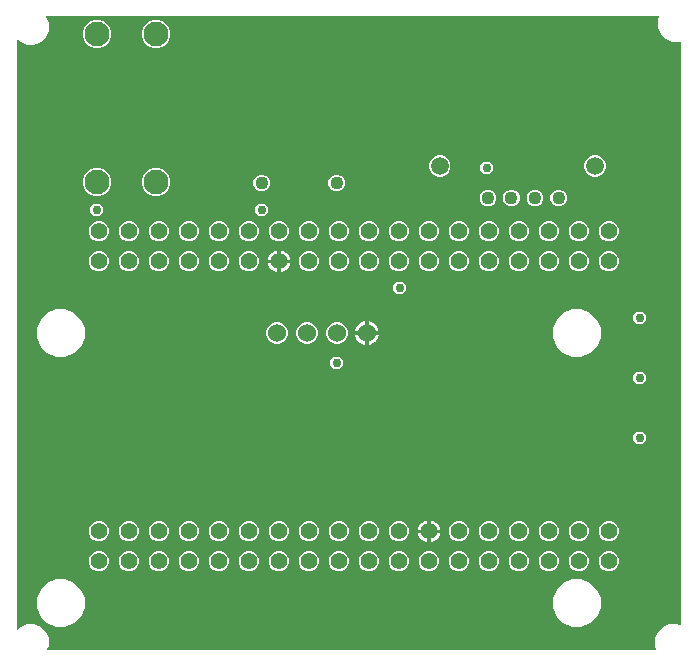
<source format=gbr>
G04 EAGLE Gerber RS-274X export*
G75*
%MOMM*%
%FSLAX34Y34*%
%LPD*%
%INEAGLE Copper Layer 2*%
%IPPOS*%
%AMOC8*
5,1,8,0,0,1.08239X$1,22.5*%
G01*
%ADD10C,1.524000*%
%ADD11C,2.100000*%
%ADD12C,1.397000*%
%ADD13C,1.108000*%
%ADD14C,1.508000*%
%ADD15C,0.756400*%

G36*
X-819844Y-2732270D02*
X-819844Y-2732270D01*
X-819798Y-2732272D01*
X-819723Y-2732250D01*
X-819646Y-2732238D01*
X-819605Y-2732216D01*
X-819561Y-2732203D01*
X-819497Y-2732159D01*
X-819429Y-2732122D01*
X-819397Y-2732089D01*
X-819359Y-2732063D01*
X-819313Y-2732000D01*
X-819259Y-2731944D01*
X-819240Y-2731902D01*
X-819213Y-2731866D01*
X-819188Y-2731792D01*
X-819156Y-2731721D01*
X-819151Y-2731675D01*
X-819136Y-2731632D01*
X-819137Y-2731554D01*
X-819129Y-2731477D01*
X-819138Y-2731432D01*
X-819139Y-2731386D01*
X-819177Y-2731254D01*
X-819181Y-2731236D01*
X-819183Y-2731232D01*
X-819185Y-2731225D01*
X-820341Y-2728436D01*
X-820341Y-2722404D01*
X-818033Y-2716832D01*
X-813768Y-2712567D01*
X-808196Y-2710259D01*
X-802164Y-2710259D01*
X-799375Y-2711415D01*
X-799331Y-2711425D01*
X-799289Y-2711444D01*
X-799212Y-2711453D01*
X-799136Y-2711471D01*
X-799090Y-2711466D01*
X-799045Y-2711471D01*
X-798968Y-2711455D01*
X-798891Y-2711448D01*
X-798849Y-2711429D01*
X-798804Y-2711419D01*
X-798737Y-2711379D01*
X-798666Y-2711348D01*
X-798632Y-2711317D01*
X-798593Y-2711293D01*
X-798542Y-2711234D01*
X-798485Y-2711181D01*
X-798463Y-2711141D01*
X-798433Y-2711106D01*
X-798404Y-2711034D01*
X-798367Y-2710966D01*
X-798358Y-2710921D01*
X-798341Y-2710878D01*
X-798326Y-2710742D01*
X-798323Y-2710724D01*
X-798324Y-2710719D01*
X-798323Y-2710711D01*
X-798323Y-2217941D01*
X-798330Y-2217896D01*
X-798328Y-2217850D01*
X-798350Y-2217775D01*
X-798362Y-2217698D01*
X-798384Y-2217658D01*
X-798397Y-2217613D01*
X-798441Y-2217549D01*
X-798478Y-2217481D01*
X-798511Y-2217449D01*
X-798537Y-2217411D01*
X-798600Y-2217365D01*
X-798656Y-2217311D01*
X-798697Y-2217292D01*
X-798734Y-2217265D01*
X-798809Y-2217240D01*
X-798879Y-2217208D01*
X-798925Y-2217203D01*
X-798968Y-2217188D01*
X-799046Y-2217189D01*
X-799123Y-2217181D01*
X-799168Y-2217190D01*
X-799214Y-2217191D01*
X-799345Y-2217229D01*
X-799364Y-2217233D01*
X-799368Y-2217235D01*
X-799375Y-2217238D01*
X-799624Y-2217341D01*
X-805656Y-2217341D01*
X-811228Y-2215033D01*
X-815493Y-2210768D01*
X-817801Y-2205196D01*
X-817801Y-2199164D01*
X-816645Y-2196375D01*
X-816635Y-2196331D01*
X-816616Y-2196289D01*
X-816607Y-2196212D01*
X-816589Y-2196136D01*
X-816594Y-2196090D01*
X-816589Y-2196045D01*
X-816605Y-2195968D01*
X-816612Y-2195891D01*
X-816631Y-2195849D01*
X-816641Y-2195804D01*
X-816681Y-2195737D01*
X-816712Y-2195666D01*
X-816743Y-2195632D01*
X-816767Y-2195593D01*
X-816826Y-2195542D01*
X-816879Y-2195485D01*
X-816919Y-2195463D01*
X-816954Y-2195433D01*
X-817026Y-2195404D01*
X-817094Y-2195367D01*
X-817139Y-2195358D01*
X-817182Y-2195341D01*
X-817318Y-2195326D01*
X-817336Y-2195323D01*
X-817341Y-2195324D01*
X-817349Y-2195323D01*
X-1335083Y-2195323D01*
X-1335129Y-2195330D01*
X-1335174Y-2195328D01*
X-1335249Y-2195350D01*
X-1335326Y-2195362D01*
X-1335367Y-2195384D01*
X-1335411Y-2195397D01*
X-1335475Y-2195441D01*
X-1335543Y-2195478D01*
X-1335575Y-2195511D01*
X-1335613Y-2195537D01*
X-1335659Y-2195600D01*
X-1335713Y-2195656D01*
X-1335732Y-2195698D01*
X-1335760Y-2195734D01*
X-1335784Y-2195808D01*
X-1335816Y-2195879D01*
X-1335822Y-2195925D01*
X-1335836Y-2195968D01*
X-1335835Y-2196046D01*
X-1335844Y-2196123D01*
X-1335834Y-2196168D01*
X-1335833Y-2196214D01*
X-1335795Y-2196346D01*
X-1335791Y-2196364D01*
X-1335789Y-2196368D01*
X-1335787Y-2196375D01*
X-1333579Y-2201704D01*
X-1333579Y-2207736D01*
X-1335887Y-2213308D01*
X-1340152Y-2217573D01*
X-1345724Y-2219881D01*
X-1351756Y-2219881D01*
X-1357328Y-2217573D01*
X-1359378Y-2215523D01*
X-1359436Y-2215481D01*
X-1359488Y-2215432D01*
X-1359535Y-2215410D01*
X-1359577Y-2215379D01*
X-1359646Y-2215358D01*
X-1359711Y-2215328D01*
X-1359763Y-2215322D01*
X-1359813Y-2215307D01*
X-1359884Y-2215309D01*
X-1359955Y-2215301D01*
X-1360006Y-2215312D01*
X-1360058Y-2215313D01*
X-1360126Y-2215338D01*
X-1360196Y-2215353D01*
X-1360241Y-2215380D01*
X-1360289Y-2215398D01*
X-1360345Y-2215443D01*
X-1360407Y-2215479D01*
X-1360441Y-2215519D01*
X-1360481Y-2215551D01*
X-1360520Y-2215612D01*
X-1360567Y-2215666D01*
X-1360586Y-2215715D01*
X-1360614Y-2215758D01*
X-1360632Y-2215828D01*
X-1360659Y-2215894D01*
X-1360667Y-2215966D01*
X-1360675Y-2215997D01*
X-1360673Y-2216020D01*
X-1360677Y-2216061D01*
X-1360677Y-2714079D01*
X-1360666Y-2714150D01*
X-1360664Y-2714221D01*
X-1360646Y-2714270D01*
X-1360638Y-2714322D01*
X-1360604Y-2714385D01*
X-1360579Y-2714452D01*
X-1360547Y-2714493D01*
X-1360522Y-2714539D01*
X-1360470Y-2714588D01*
X-1360426Y-2714644D01*
X-1360382Y-2714673D01*
X-1360344Y-2714708D01*
X-1360279Y-2714739D01*
X-1360219Y-2714777D01*
X-1360168Y-2714790D01*
X-1360121Y-2714812D01*
X-1360050Y-2714820D01*
X-1359980Y-2714837D01*
X-1359928Y-2714833D01*
X-1359877Y-2714839D01*
X-1359806Y-2714824D01*
X-1359735Y-2714818D01*
X-1359687Y-2714798D01*
X-1359636Y-2714787D01*
X-1359575Y-2714750D01*
X-1359509Y-2714722D01*
X-1359453Y-2714677D01*
X-1359425Y-2714661D01*
X-1359410Y-2714643D01*
X-1359378Y-2714617D01*
X-1357328Y-2712567D01*
X-1351756Y-2710259D01*
X-1345724Y-2710259D01*
X-1340152Y-2712567D01*
X-1335887Y-2716832D01*
X-1333579Y-2722404D01*
X-1333579Y-2728436D01*
X-1334735Y-2731225D01*
X-1334745Y-2731269D01*
X-1334764Y-2731311D01*
X-1334773Y-2731388D01*
X-1334791Y-2731464D01*
X-1334786Y-2731510D01*
X-1334791Y-2731555D01*
X-1334775Y-2731632D01*
X-1334768Y-2731709D01*
X-1334749Y-2731751D01*
X-1334739Y-2731796D01*
X-1334699Y-2731863D01*
X-1334668Y-2731934D01*
X-1334637Y-2731968D01*
X-1334613Y-2732007D01*
X-1334554Y-2732058D01*
X-1334501Y-2732115D01*
X-1334461Y-2732137D01*
X-1334426Y-2732167D01*
X-1334354Y-2732196D01*
X-1334286Y-2732233D01*
X-1334241Y-2732242D01*
X-1334198Y-2732259D01*
X-1334062Y-2732274D01*
X-1334044Y-2732277D01*
X-1334039Y-2732276D01*
X-1334031Y-2732277D01*
X-819889Y-2732277D01*
X-819844Y-2732270D01*
G37*
%LPC*%
G36*
X-890470Y-2712561D02*
X-890470Y-2712561D01*
X-897880Y-2709491D01*
X-903551Y-2703820D01*
X-906621Y-2696410D01*
X-906621Y-2688390D01*
X-903551Y-2680980D01*
X-897880Y-2675309D01*
X-890470Y-2672239D01*
X-882450Y-2672239D01*
X-875040Y-2675309D01*
X-869369Y-2680980D01*
X-866299Y-2688390D01*
X-866299Y-2696410D01*
X-869369Y-2703820D01*
X-875040Y-2709491D01*
X-882450Y-2712561D01*
X-890470Y-2712561D01*
G37*
%LPD*%
%LPC*%
G36*
X-1327350Y-2712561D02*
X-1327350Y-2712561D01*
X-1334760Y-2709491D01*
X-1340431Y-2703820D01*
X-1343501Y-2696410D01*
X-1343501Y-2688390D01*
X-1340431Y-2680980D01*
X-1334760Y-2675309D01*
X-1327350Y-2672239D01*
X-1319330Y-2672239D01*
X-1311920Y-2675309D01*
X-1306249Y-2680980D01*
X-1303179Y-2688390D01*
X-1303179Y-2696410D01*
X-1306249Y-2703820D01*
X-1311920Y-2709491D01*
X-1319330Y-2712561D01*
X-1327350Y-2712561D01*
G37*
%LPD*%
%LPC*%
G36*
X-1327350Y-2483961D02*
X-1327350Y-2483961D01*
X-1334760Y-2480891D01*
X-1340431Y-2475220D01*
X-1343501Y-2467810D01*
X-1343501Y-2459790D01*
X-1340431Y-2452380D01*
X-1334760Y-2446709D01*
X-1327350Y-2443639D01*
X-1319330Y-2443639D01*
X-1311920Y-2446709D01*
X-1306249Y-2452380D01*
X-1303179Y-2459790D01*
X-1303179Y-2467810D01*
X-1306249Y-2475220D01*
X-1311920Y-2480891D01*
X-1319330Y-2483961D01*
X-1327350Y-2483961D01*
G37*
%LPD*%
%LPC*%
G36*
X-890470Y-2483961D02*
X-890470Y-2483961D01*
X-897880Y-2480891D01*
X-903551Y-2475220D01*
X-906621Y-2467810D01*
X-906621Y-2459790D01*
X-903551Y-2452380D01*
X-897880Y-2446709D01*
X-890470Y-2443639D01*
X-882450Y-2443639D01*
X-875040Y-2446709D01*
X-869369Y-2452380D01*
X-866299Y-2459790D01*
X-866299Y-2467810D01*
X-869369Y-2475220D01*
X-875040Y-2480891D01*
X-882450Y-2483961D01*
X-890470Y-2483961D01*
G37*
%LPD*%
%LPC*%
G36*
X-1244852Y-2222825D02*
X-1244852Y-2222825D01*
X-1249271Y-2220994D01*
X-1252654Y-2217611D01*
X-1254485Y-2213192D01*
X-1254485Y-2208408D01*
X-1252654Y-2203989D01*
X-1249271Y-2200606D01*
X-1244852Y-2198775D01*
X-1240068Y-2198775D01*
X-1235649Y-2200606D01*
X-1232266Y-2203989D01*
X-1230435Y-2208408D01*
X-1230435Y-2213192D01*
X-1232266Y-2217611D01*
X-1235649Y-2220994D01*
X-1240068Y-2222825D01*
X-1244852Y-2222825D01*
G37*
%LPD*%
%LPC*%
G36*
X-1294852Y-2222825D02*
X-1294852Y-2222825D01*
X-1299271Y-2220994D01*
X-1302654Y-2217611D01*
X-1304485Y-2213192D01*
X-1304485Y-2208408D01*
X-1302654Y-2203989D01*
X-1299271Y-2200606D01*
X-1294852Y-2198775D01*
X-1290068Y-2198775D01*
X-1285649Y-2200606D01*
X-1282266Y-2203989D01*
X-1280435Y-2208408D01*
X-1280435Y-2213192D01*
X-1282266Y-2217611D01*
X-1285649Y-2220994D01*
X-1290068Y-2222825D01*
X-1294852Y-2222825D01*
G37*
%LPD*%
%LPC*%
G36*
X-1244852Y-2347825D02*
X-1244852Y-2347825D01*
X-1249271Y-2345994D01*
X-1252654Y-2342611D01*
X-1254485Y-2338192D01*
X-1254485Y-2333408D01*
X-1252654Y-2328989D01*
X-1249271Y-2325606D01*
X-1244852Y-2323775D01*
X-1240068Y-2323775D01*
X-1235649Y-2325606D01*
X-1232266Y-2328989D01*
X-1230435Y-2333408D01*
X-1230435Y-2338192D01*
X-1232266Y-2342611D01*
X-1235649Y-2345994D01*
X-1240068Y-2347825D01*
X-1244852Y-2347825D01*
G37*
%LPD*%
%LPC*%
G36*
X-1294852Y-2347825D02*
X-1294852Y-2347825D01*
X-1299271Y-2345994D01*
X-1302654Y-2342611D01*
X-1304485Y-2338192D01*
X-1304485Y-2333408D01*
X-1302654Y-2328989D01*
X-1299271Y-2325606D01*
X-1294852Y-2323775D01*
X-1290068Y-2323775D01*
X-1285649Y-2325606D01*
X-1282266Y-2328989D01*
X-1280435Y-2333408D01*
X-1280435Y-2338192D01*
X-1282266Y-2342611D01*
X-1285649Y-2345994D01*
X-1290068Y-2347825D01*
X-1294852Y-2347825D01*
G37*
%LPD*%
%LPC*%
G36*
X-1091479Y-2472945D02*
X-1091479Y-2472945D01*
X-1094840Y-2471553D01*
X-1097413Y-2468980D01*
X-1098805Y-2465619D01*
X-1098805Y-2461981D01*
X-1097413Y-2458620D01*
X-1094840Y-2456047D01*
X-1091479Y-2454655D01*
X-1087841Y-2454655D01*
X-1084480Y-2456047D01*
X-1081907Y-2458620D01*
X-1080515Y-2461981D01*
X-1080515Y-2465619D01*
X-1081907Y-2468980D01*
X-1084480Y-2471553D01*
X-1087841Y-2472945D01*
X-1091479Y-2472945D01*
G37*
%LPD*%
%LPC*%
G36*
X-1142279Y-2472945D02*
X-1142279Y-2472945D01*
X-1145640Y-2471553D01*
X-1148213Y-2468980D01*
X-1149605Y-2465619D01*
X-1149605Y-2461981D01*
X-1148213Y-2458620D01*
X-1145640Y-2456047D01*
X-1142279Y-2454655D01*
X-1138641Y-2454655D01*
X-1135280Y-2456047D01*
X-1132707Y-2458620D01*
X-1131315Y-2461981D01*
X-1131315Y-2465619D01*
X-1132707Y-2468980D01*
X-1135280Y-2471553D01*
X-1138641Y-2472945D01*
X-1142279Y-2472945D01*
G37*
%LPD*%
%LPC*%
G36*
X-1116879Y-2472945D02*
X-1116879Y-2472945D01*
X-1120240Y-2471553D01*
X-1122813Y-2468980D01*
X-1124205Y-2465619D01*
X-1124205Y-2461981D01*
X-1122813Y-2458620D01*
X-1120240Y-2456047D01*
X-1116879Y-2454655D01*
X-1113241Y-2454655D01*
X-1109880Y-2456047D01*
X-1107307Y-2458620D01*
X-1105915Y-2461981D01*
X-1105915Y-2465619D01*
X-1107307Y-2468980D01*
X-1109880Y-2471553D01*
X-1113241Y-2472945D01*
X-1116879Y-2472945D01*
G37*
%LPD*%
%LPC*%
G36*
X-872803Y-2331465D02*
X-872803Y-2331465D01*
X-876135Y-2330085D01*
X-878685Y-2327535D01*
X-880065Y-2324203D01*
X-880065Y-2320597D01*
X-878685Y-2317265D01*
X-876135Y-2314715D01*
X-872803Y-2313335D01*
X-869197Y-2313335D01*
X-865865Y-2314715D01*
X-863315Y-2317265D01*
X-861935Y-2320597D01*
X-861935Y-2324203D01*
X-863315Y-2327535D01*
X-865865Y-2330085D01*
X-869197Y-2331465D01*
X-872803Y-2331465D01*
G37*
%LPD*%
%LPC*%
G36*
X-1004203Y-2331465D02*
X-1004203Y-2331465D01*
X-1007535Y-2330085D01*
X-1010085Y-2327535D01*
X-1011465Y-2324203D01*
X-1011465Y-2320597D01*
X-1010085Y-2317265D01*
X-1007535Y-2314715D01*
X-1004203Y-2313335D01*
X-1000597Y-2313335D01*
X-997265Y-2314715D01*
X-994715Y-2317265D01*
X-993335Y-2320597D01*
X-993335Y-2324203D01*
X-994715Y-2327535D01*
X-997265Y-2330085D01*
X-1000597Y-2331465D01*
X-1004203Y-2331465D01*
G37*
%LPD*%
%LPC*%
G36*
X-1165693Y-2665610D02*
X-1165693Y-2665610D01*
X-1168820Y-2664314D01*
X-1171214Y-2661920D01*
X-1172510Y-2658793D01*
X-1172510Y-2655407D01*
X-1171214Y-2652280D01*
X-1168820Y-2649886D01*
X-1165693Y-2648590D01*
X-1162307Y-2648590D01*
X-1159180Y-2649886D01*
X-1156786Y-2652280D01*
X-1155490Y-2655407D01*
X-1155490Y-2658793D01*
X-1156786Y-2661920D01*
X-1159180Y-2664314D01*
X-1162307Y-2665610D01*
X-1165693Y-2665610D01*
G37*
%LPD*%
%LPC*%
G36*
X-1191093Y-2665610D02*
X-1191093Y-2665610D01*
X-1194220Y-2664314D01*
X-1196614Y-2661920D01*
X-1197910Y-2658793D01*
X-1197910Y-2655407D01*
X-1196614Y-2652280D01*
X-1194220Y-2649886D01*
X-1191093Y-2648590D01*
X-1187707Y-2648590D01*
X-1184580Y-2649886D01*
X-1182186Y-2652280D01*
X-1180890Y-2655407D01*
X-1180890Y-2658793D01*
X-1182186Y-2661920D01*
X-1184580Y-2664314D01*
X-1187707Y-2665610D01*
X-1191093Y-2665610D01*
G37*
%LPD*%
%LPC*%
G36*
X-1216493Y-2665610D02*
X-1216493Y-2665610D01*
X-1219620Y-2664314D01*
X-1222014Y-2661920D01*
X-1223310Y-2658793D01*
X-1223310Y-2655407D01*
X-1222014Y-2652280D01*
X-1219620Y-2649886D01*
X-1216493Y-2648590D01*
X-1213107Y-2648590D01*
X-1209980Y-2649886D01*
X-1207586Y-2652280D01*
X-1206290Y-2655407D01*
X-1206290Y-2658793D01*
X-1207586Y-2661920D01*
X-1209980Y-2664314D01*
X-1213107Y-2665610D01*
X-1216493Y-2665610D01*
G37*
%LPD*%
%LPC*%
G36*
X-1241893Y-2665610D02*
X-1241893Y-2665610D01*
X-1245020Y-2664314D01*
X-1247414Y-2661920D01*
X-1248710Y-2658793D01*
X-1248710Y-2655407D01*
X-1247414Y-2652280D01*
X-1245020Y-2649886D01*
X-1241893Y-2648590D01*
X-1238507Y-2648590D01*
X-1235380Y-2649886D01*
X-1232986Y-2652280D01*
X-1231690Y-2655407D01*
X-1231690Y-2658793D01*
X-1232986Y-2661920D01*
X-1235380Y-2664314D01*
X-1238507Y-2665610D01*
X-1241893Y-2665610D01*
G37*
%LPD*%
%LPC*%
G36*
X-1267293Y-2665610D02*
X-1267293Y-2665610D01*
X-1270420Y-2664314D01*
X-1272814Y-2661920D01*
X-1274110Y-2658793D01*
X-1274110Y-2655407D01*
X-1272814Y-2652280D01*
X-1270420Y-2649886D01*
X-1267293Y-2648590D01*
X-1263907Y-2648590D01*
X-1260780Y-2649886D01*
X-1258386Y-2652280D01*
X-1257090Y-2655407D01*
X-1257090Y-2658793D01*
X-1258386Y-2661920D01*
X-1260780Y-2664314D01*
X-1263907Y-2665610D01*
X-1267293Y-2665610D01*
G37*
%LPD*%
%LPC*%
G36*
X-1292693Y-2665610D02*
X-1292693Y-2665610D01*
X-1295820Y-2664314D01*
X-1298214Y-2661920D01*
X-1299510Y-2658793D01*
X-1299510Y-2655407D01*
X-1298214Y-2652280D01*
X-1295820Y-2649886D01*
X-1292693Y-2648590D01*
X-1289307Y-2648590D01*
X-1286180Y-2649886D01*
X-1283786Y-2652280D01*
X-1282490Y-2655407D01*
X-1282490Y-2658793D01*
X-1283786Y-2661920D01*
X-1286180Y-2664314D01*
X-1289307Y-2665610D01*
X-1292693Y-2665610D01*
G37*
%LPD*%
%LPC*%
G36*
X-987893Y-2665610D02*
X-987893Y-2665610D01*
X-991020Y-2664314D01*
X-993414Y-2661920D01*
X-994710Y-2658793D01*
X-994710Y-2655407D01*
X-993414Y-2652280D01*
X-991020Y-2649886D01*
X-987893Y-2648590D01*
X-984507Y-2648590D01*
X-981380Y-2649886D01*
X-978986Y-2652280D01*
X-977690Y-2655407D01*
X-977690Y-2658793D01*
X-978986Y-2661920D01*
X-981380Y-2664314D01*
X-984507Y-2665610D01*
X-987893Y-2665610D01*
G37*
%LPD*%
%LPC*%
G36*
X-962493Y-2386210D02*
X-962493Y-2386210D01*
X-965620Y-2384914D01*
X-968014Y-2382520D01*
X-969310Y-2379393D01*
X-969310Y-2376007D01*
X-968014Y-2372880D01*
X-965620Y-2370486D01*
X-962493Y-2369190D01*
X-959107Y-2369190D01*
X-955980Y-2370486D01*
X-953586Y-2372880D01*
X-952290Y-2376007D01*
X-952290Y-2379393D01*
X-953586Y-2382520D01*
X-955980Y-2384914D01*
X-959107Y-2386210D01*
X-962493Y-2386210D01*
G37*
%LPD*%
%LPC*%
G36*
X-1114893Y-2386210D02*
X-1114893Y-2386210D01*
X-1118020Y-2384914D01*
X-1120414Y-2382520D01*
X-1121710Y-2379393D01*
X-1121710Y-2376007D01*
X-1120414Y-2372880D01*
X-1118020Y-2370486D01*
X-1114893Y-2369190D01*
X-1111507Y-2369190D01*
X-1108380Y-2370486D01*
X-1105986Y-2372880D01*
X-1104690Y-2376007D01*
X-1104690Y-2379393D01*
X-1105986Y-2382520D01*
X-1108380Y-2384914D01*
X-1111507Y-2386210D01*
X-1114893Y-2386210D01*
G37*
%LPD*%
%LPC*%
G36*
X-1140293Y-2386210D02*
X-1140293Y-2386210D01*
X-1143420Y-2384914D01*
X-1145814Y-2382520D01*
X-1147110Y-2379393D01*
X-1147110Y-2376007D01*
X-1145814Y-2372880D01*
X-1143420Y-2370486D01*
X-1140293Y-2369190D01*
X-1136907Y-2369190D01*
X-1133780Y-2370486D01*
X-1131386Y-2372880D01*
X-1130090Y-2376007D01*
X-1130090Y-2379393D01*
X-1131386Y-2382520D01*
X-1133780Y-2384914D01*
X-1136907Y-2386210D01*
X-1140293Y-2386210D01*
G37*
%LPD*%
%LPC*%
G36*
X-1165693Y-2386210D02*
X-1165693Y-2386210D01*
X-1168820Y-2384914D01*
X-1171214Y-2382520D01*
X-1172510Y-2379393D01*
X-1172510Y-2376007D01*
X-1171214Y-2372880D01*
X-1168820Y-2370486D01*
X-1165693Y-2369190D01*
X-1162307Y-2369190D01*
X-1159180Y-2370486D01*
X-1156786Y-2372880D01*
X-1155490Y-2376007D01*
X-1155490Y-2379393D01*
X-1156786Y-2382520D01*
X-1159180Y-2384914D01*
X-1162307Y-2386210D01*
X-1165693Y-2386210D01*
G37*
%LPD*%
%LPC*%
G36*
X-1191093Y-2386210D02*
X-1191093Y-2386210D01*
X-1194220Y-2384914D01*
X-1196614Y-2382520D01*
X-1197910Y-2379393D01*
X-1197910Y-2376007D01*
X-1196614Y-2372880D01*
X-1194220Y-2370486D01*
X-1191093Y-2369190D01*
X-1187707Y-2369190D01*
X-1184580Y-2370486D01*
X-1182186Y-2372880D01*
X-1180890Y-2376007D01*
X-1180890Y-2379393D01*
X-1182186Y-2382520D01*
X-1184580Y-2384914D01*
X-1187707Y-2386210D01*
X-1191093Y-2386210D01*
G37*
%LPD*%
%LPC*%
G36*
X-1267293Y-2386210D02*
X-1267293Y-2386210D01*
X-1270420Y-2384914D01*
X-1272814Y-2382520D01*
X-1274110Y-2379393D01*
X-1274110Y-2376007D01*
X-1272814Y-2372880D01*
X-1270420Y-2370486D01*
X-1267293Y-2369190D01*
X-1263907Y-2369190D01*
X-1260780Y-2370486D01*
X-1258386Y-2372880D01*
X-1257090Y-2376007D01*
X-1257090Y-2379393D01*
X-1258386Y-2382520D01*
X-1260780Y-2384914D01*
X-1263907Y-2386210D01*
X-1267293Y-2386210D01*
G37*
%LPD*%
%LPC*%
G36*
X-1216493Y-2386210D02*
X-1216493Y-2386210D01*
X-1219620Y-2384914D01*
X-1222014Y-2382520D01*
X-1223310Y-2379393D01*
X-1223310Y-2376007D01*
X-1222014Y-2372880D01*
X-1219620Y-2370486D01*
X-1216493Y-2369190D01*
X-1213107Y-2369190D01*
X-1209980Y-2370486D01*
X-1207586Y-2372880D01*
X-1206290Y-2376007D01*
X-1206290Y-2379393D01*
X-1207586Y-2382520D01*
X-1209980Y-2384914D01*
X-1213107Y-2386210D01*
X-1216493Y-2386210D01*
G37*
%LPD*%
%LPC*%
G36*
X-1241893Y-2386210D02*
X-1241893Y-2386210D01*
X-1245020Y-2384914D01*
X-1247414Y-2382520D01*
X-1248710Y-2379393D01*
X-1248710Y-2376007D01*
X-1247414Y-2372880D01*
X-1245020Y-2370486D01*
X-1241893Y-2369190D01*
X-1238507Y-2369190D01*
X-1235380Y-2370486D01*
X-1232986Y-2372880D01*
X-1231690Y-2376007D01*
X-1231690Y-2379393D01*
X-1232986Y-2382520D01*
X-1235380Y-2384914D01*
X-1238507Y-2386210D01*
X-1241893Y-2386210D01*
G37*
%LPD*%
%LPC*%
G36*
X-1292693Y-2386210D02*
X-1292693Y-2386210D01*
X-1295820Y-2384914D01*
X-1298214Y-2382520D01*
X-1299510Y-2379393D01*
X-1299510Y-2376007D01*
X-1298214Y-2372880D01*
X-1295820Y-2370486D01*
X-1292693Y-2369190D01*
X-1289307Y-2369190D01*
X-1286180Y-2370486D01*
X-1283786Y-2372880D01*
X-1282490Y-2376007D01*
X-1282490Y-2379393D01*
X-1283786Y-2382520D01*
X-1286180Y-2384914D01*
X-1289307Y-2386210D01*
X-1292693Y-2386210D01*
G37*
%LPD*%
%LPC*%
G36*
X-911693Y-2386210D02*
X-911693Y-2386210D01*
X-914820Y-2384914D01*
X-917214Y-2382520D01*
X-918510Y-2379393D01*
X-918510Y-2376007D01*
X-917214Y-2372880D01*
X-914820Y-2370486D01*
X-911693Y-2369190D01*
X-908307Y-2369190D01*
X-905180Y-2370486D01*
X-902786Y-2372880D01*
X-901490Y-2376007D01*
X-901490Y-2379393D01*
X-902786Y-2382520D01*
X-905180Y-2384914D01*
X-908307Y-2386210D01*
X-911693Y-2386210D01*
G37*
%LPD*%
%LPC*%
G36*
X-860893Y-2386210D02*
X-860893Y-2386210D01*
X-864020Y-2384914D01*
X-866414Y-2382520D01*
X-867710Y-2379393D01*
X-867710Y-2376007D01*
X-866414Y-2372880D01*
X-864020Y-2370486D01*
X-860893Y-2369190D01*
X-857507Y-2369190D01*
X-854380Y-2370486D01*
X-851986Y-2372880D01*
X-850690Y-2376007D01*
X-850690Y-2379393D01*
X-851986Y-2382520D01*
X-854380Y-2384914D01*
X-857507Y-2386210D01*
X-860893Y-2386210D01*
G37*
%LPD*%
%LPC*%
G36*
X-886293Y-2386210D02*
X-886293Y-2386210D01*
X-889420Y-2384914D01*
X-891814Y-2382520D01*
X-893110Y-2379393D01*
X-893110Y-2376007D01*
X-891814Y-2372880D01*
X-889420Y-2370486D01*
X-886293Y-2369190D01*
X-882907Y-2369190D01*
X-879780Y-2370486D01*
X-877386Y-2372880D01*
X-876090Y-2376007D01*
X-876090Y-2379393D01*
X-877386Y-2382520D01*
X-879780Y-2384914D01*
X-882907Y-2386210D01*
X-886293Y-2386210D01*
G37*
%LPD*%
%LPC*%
G36*
X-937093Y-2386210D02*
X-937093Y-2386210D01*
X-940220Y-2384914D01*
X-942614Y-2382520D01*
X-943910Y-2379393D01*
X-943910Y-2376007D01*
X-942614Y-2372880D01*
X-940220Y-2370486D01*
X-937093Y-2369190D01*
X-933707Y-2369190D01*
X-930580Y-2370486D01*
X-928186Y-2372880D01*
X-926890Y-2376007D01*
X-926890Y-2379393D01*
X-928186Y-2382520D01*
X-930580Y-2384914D01*
X-933707Y-2386210D01*
X-937093Y-2386210D01*
G37*
%LPD*%
%LPC*%
G36*
X-987893Y-2386210D02*
X-987893Y-2386210D01*
X-991020Y-2384914D01*
X-993414Y-2382520D01*
X-994710Y-2379393D01*
X-994710Y-2376007D01*
X-993414Y-2372880D01*
X-991020Y-2370486D01*
X-987893Y-2369190D01*
X-984507Y-2369190D01*
X-981380Y-2370486D01*
X-978986Y-2372880D01*
X-977690Y-2376007D01*
X-977690Y-2379393D01*
X-978986Y-2382520D01*
X-981380Y-2384914D01*
X-984507Y-2386210D01*
X-987893Y-2386210D01*
G37*
%LPD*%
%LPC*%
G36*
X-1013293Y-2386210D02*
X-1013293Y-2386210D01*
X-1016420Y-2384914D01*
X-1018814Y-2382520D01*
X-1020110Y-2379393D01*
X-1020110Y-2376007D01*
X-1018814Y-2372880D01*
X-1016420Y-2370486D01*
X-1013293Y-2369190D01*
X-1009907Y-2369190D01*
X-1006780Y-2370486D01*
X-1004386Y-2372880D01*
X-1003090Y-2376007D01*
X-1003090Y-2379393D01*
X-1004386Y-2382520D01*
X-1006780Y-2384914D01*
X-1009907Y-2386210D01*
X-1013293Y-2386210D01*
G37*
%LPD*%
%LPC*%
G36*
X-1038693Y-2386210D02*
X-1038693Y-2386210D01*
X-1041820Y-2384914D01*
X-1044214Y-2382520D01*
X-1045510Y-2379393D01*
X-1045510Y-2376007D01*
X-1044214Y-2372880D01*
X-1041820Y-2370486D01*
X-1038693Y-2369190D01*
X-1035307Y-2369190D01*
X-1032180Y-2370486D01*
X-1029786Y-2372880D01*
X-1028490Y-2376007D01*
X-1028490Y-2379393D01*
X-1029786Y-2382520D01*
X-1032180Y-2384914D01*
X-1035307Y-2386210D01*
X-1038693Y-2386210D01*
G37*
%LPD*%
%LPC*%
G36*
X-1064093Y-2386210D02*
X-1064093Y-2386210D01*
X-1067220Y-2384914D01*
X-1069614Y-2382520D01*
X-1070910Y-2379393D01*
X-1070910Y-2376007D01*
X-1069614Y-2372880D01*
X-1067220Y-2370486D01*
X-1064093Y-2369190D01*
X-1060707Y-2369190D01*
X-1057580Y-2370486D01*
X-1055186Y-2372880D01*
X-1053890Y-2376007D01*
X-1053890Y-2379393D01*
X-1055186Y-2382520D01*
X-1057580Y-2384914D01*
X-1060707Y-2386210D01*
X-1064093Y-2386210D01*
G37*
%LPD*%
%LPC*%
G36*
X-1089493Y-2386210D02*
X-1089493Y-2386210D01*
X-1092620Y-2384914D01*
X-1095014Y-2382520D01*
X-1096310Y-2379393D01*
X-1096310Y-2376007D01*
X-1095014Y-2372880D01*
X-1092620Y-2370486D01*
X-1089493Y-2369190D01*
X-1086107Y-2369190D01*
X-1082980Y-2370486D01*
X-1080586Y-2372880D01*
X-1079290Y-2376007D01*
X-1079290Y-2379393D01*
X-1080586Y-2382520D01*
X-1082980Y-2384914D01*
X-1086107Y-2386210D01*
X-1089493Y-2386210D01*
G37*
%LPD*%
%LPC*%
G36*
X-987893Y-2411610D02*
X-987893Y-2411610D01*
X-991020Y-2410314D01*
X-993414Y-2407920D01*
X-994710Y-2404793D01*
X-994710Y-2401407D01*
X-993414Y-2398280D01*
X-991020Y-2395886D01*
X-987893Y-2394590D01*
X-984507Y-2394590D01*
X-981380Y-2395886D01*
X-978986Y-2398280D01*
X-977690Y-2401407D01*
X-977690Y-2404793D01*
X-978986Y-2407920D01*
X-981380Y-2410314D01*
X-984507Y-2411610D01*
X-987893Y-2411610D01*
G37*
%LPD*%
%LPC*%
G36*
X-1013293Y-2411610D02*
X-1013293Y-2411610D01*
X-1016420Y-2410314D01*
X-1018814Y-2407920D01*
X-1020110Y-2404793D01*
X-1020110Y-2401407D01*
X-1018814Y-2398280D01*
X-1016420Y-2395886D01*
X-1013293Y-2394590D01*
X-1009907Y-2394590D01*
X-1006780Y-2395886D01*
X-1004386Y-2398280D01*
X-1003090Y-2401407D01*
X-1003090Y-2404793D01*
X-1004386Y-2407920D01*
X-1006780Y-2410314D01*
X-1009907Y-2411610D01*
X-1013293Y-2411610D01*
G37*
%LPD*%
%LPC*%
G36*
X-1038693Y-2411610D02*
X-1038693Y-2411610D01*
X-1041820Y-2410314D01*
X-1044214Y-2407920D01*
X-1045510Y-2404793D01*
X-1045510Y-2401407D01*
X-1044214Y-2398280D01*
X-1041820Y-2395886D01*
X-1038693Y-2394590D01*
X-1035307Y-2394590D01*
X-1032180Y-2395886D01*
X-1029786Y-2398280D01*
X-1028490Y-2401407D01*
X-1028490Y-2404793D01*
X-1029786Y-2407920D01*
X-1032180Y-2410314D01*
X-1035307Y-2411610D01*
X-1038693Y-2411610D01*
G37*
%LPD*%
%LPC*%
G36*
X-1064093Y-2411610D02*
X-1064093Y-2411610D01*
X-1067220Y-2410314D01*
X-1069614Y-2407920D01*
X-1070910Y-2404793D01*
X-1070910Y-2401407D01*
X-1069614Y-2398280D01*
X-1067220Y-2395886D01*
X-1064093Y-2394590D01*
X-1060707Y-2394590D01*
X-1057580Y-2395886D01*
X-1055186Y-2398280D01*
X-1053890Y-2401407D01*
X-1053890Y-2404793D01*
X-1055186Y-2407920D01*
X-1057580Y-2410314D01*
X-1060707Y-2411610D01*
X-1064093Y-2411610D01*
G37*
%LPD*%
%LPC*%
G36*
X-1089493Y-2411610D02*
X-1089493Y-2411610D01*
X-1092620Y-2410314D01*
X-1095014Y-2407920D01*
X-1096310Y-2404793D01*
X-1096310Y-2401407D01*
X-1095014Y-2398280D01*
X-1092620Y-2395886D01*
X-1089493Y-2394590D01*
X-1086107Y-2394590D01*
X-1082980Y-2395886D01*
X-1080586Y-2398280D01*
X-1079290Y-2401407D01*
X-1079290Y-2404793D01*
X-1080586Y-2407920D01*
X-1082980Y-2410314D01*
X-1086107Y-2411610D01*
X-1089493Y-2411610D01*
G37*
%LPD*%
%LPC*%
G36*
X-1114893Y-2411610D02*
X-1114893Y-2411610D01*
X-1118020Y-2410314D01*
X-1120414Y-2407920D01*
X-1121710Y-2404793D01*
X-1121710Y-2401407D01*
X-1120414Y-2398280D01*
X-1118020Y-2395886D01*
X-1114893Y-2394590D01*
X-1111507Y-2394590D01*
X-1108380Y-2395886D01*
X-1105986Y-2398280D01*
X-1104690Y-2401407D01*
X-1104690Y-2404793D01*
X-1105986Y-2407920D01*
X-1108380Y-2410314D01*
X-1111507Y-2411610D01*
X-1114893Y-2411610D01*
G37*
%LPD*%
%LPC*%
G36*
X-1165693Y-2411610D02*
X-1165693Y-2411610D01*
X-1168820Y-2410314D01*
X-1171214Y-2407920D01*
X-1172510Y-2404793D01*
X-1172510Y-2401407D01*
X-1171214Y-2398280D01*
X-1168820Y-2395886D01*
X-1165693Y-2394590D01*
X-1162307Y-2394590D01*
X-1159180Y-2395886D01*
X-1156786Y-2398280D01*
X-1155490Y-2401407D01*
X-1155490Y-2404793D01*
X-1156786Y-2407920D01*
X-1159180Y-2410314D01*
X-1162307Y-2411610D01*
X-1165693Y-2411610D01*
G37*
%LPD*%
%LPC*%
G36*
X-1191093Y-2411610D02*
X-1191093Y-2411610D01*
X-1194220Y-2410314D01*
X-1196614Y-2407920D01*
X-1197910Y-2404793D01*
X-1197910Y-2401407D01*
X-1196614Y-2398280D01*
X-1194220Y-2395886D01*
X-1191093Y-2394590D01*
X-1187707Y-2394590D01*
X-1184580Y-2395886D01*
X-1182186Y-2398280D01*
X-1180890Y-2401407D01*
X-1180890Y-2404793D01*
X-1182186Y-2407920D01*
X-1184580Y-2410314D01*
X-1187707Y-2411610D01*
X-1191093Y-2411610D01*
G37*
%LPD*%
%LPC*%
G36*
X-1216493Y-2411610D02*
X-1216493Y-2411610D01*
X-1219620Y-2410314D01*
X-1222014Y-2407920D01*
X-1223310Y-2404793D01*
X-1223310Y-2401407D01*
X-1222014Y-2398280D01*
X-1219620Y-2395886D01*
X-1216493Y-2394590D01*
X-1213107Y-2394590D01*
X-1209980Y-2395886D01*
X-1207586Y-2398280D01*
X-1206290Y-2401407D01*
X-1206290Y-2404793D01*
X-1207586Y-2407920D01*
X-1209980Y-2410314D01*
X-1213107Y-2411610D01*
X-1216493Y-2411610D01*
G37*
%LPD*%
%LPC*%
G36*
X-1241893Y-2411610D02*
X-1241893Y-2411610D01*
X-1245020Y-2410314D01*
X-1247414Y-2407920D01*
X-1248710Y-2404793D01*
X-1248710Y-2401407D01*
X-1247414Y-2398280D01*
X-1245020Y-2395886D01*
X-1241893Y-2394590D01*
X-1238507Y-2394590D01*
X-1235380Y-2395886D01*
X-1232986Y-2398280D01*
X-1231690Y-2401407D01*
X-1231690Y-2404793D01*
X-1232986Y-2407920D01*
X-1235380Y-2410314D01*
X-1238507Y-2411610D01*
X-1241893Y-2411610D01*
G37*
%LPD*%
%LPC*%
G36*
X-1267293Y-2411610D02*
X-1267293Y-2411610D01*
X-1270420Y-2410314D01*
X-1272814Y-2407920D01*
X-1274110Y-2404793D01*
X-1274110Y-2401407D01*
X-1272814Y-2398280D01*
X-1270420Y-2395886D01*
X-1267293Y-2394590D01*
X-1263907Y-2394590D01*
X-1260780Y-2395886D01*
X-1258386Y-2398280D01*
X-1257090Y-2401407D01*
X-1257090Y-2404793D01*
X-1258386Y-2407920D01*
X-1260780Y-2410314D01*
X-1263907Y-2411610D01*
X-1267293Y-2411610D01*
G37*
%LPD*%
%LPC*%
G36*
X-1292693Y-2411610D02*
X-1292693Y-2411610D01*
X-1295820Y-2410314D01*
X-1298214Y-2407920D01*
X-1299510Y-2404793D01*
X-1299510Y-2401407D01*
X-1298214Y-2398280D01*
X-1295820Y-2395886D01*
X-1292693Y-2394590D01*
X-1289307Y-2394590D01*
X-1286180Y-2395886D01*
X-1283786Y-2398280D01*
X-1282490Y-2401407D01*
X-1282490Y-2404793D01*
X-1283786Y-2407920D01*
X-1286180Y-2410314D01*
X-1289307Y-2411610D01*
X-1292693Y-2411610D01*
G37*
%LPD*%
%LPC*%
G36*
X-860893Y-2411610D02*
X-860893Y-2411610D01*
X-864020Y-2410314D01*
X-866414Y-2407920D01*
X-867710Y-2404793D01*
X-867710Y-2401407D01*
X-866414Y-2398280D01*
X-864020Y-2395886D01*
X-860893Y-2394590D01*
X-857507Y-2394590D01*
X-854380Y-2395886D01*
X-851986Y-2398280D01*
X-850690Y-2401407D01*
X-850690Y-2404793D01*
X-851986Y-2407920D01*
X-854380Y-2410314D01*
X-857507Y-2411610D01*
X-860893Y-2411610D01*
G37*
%LPD*%
%LPC*%
G36*
X-886293Y-2411610D02*
X-886293Y-2411610D01*
X-889420Y-2410314D01*
X-891814Y-2407920D01*
X-893110Y-2404793D01*
X-893110Y-2401407D01*
X-891814Y-2398280D01*
X-889420Y-2395886D01*
X-886293Y-2394590D01*
X-882907Y-2394590D01*
X-879780Y-2395886D01*
X-877386Y-2398280D01*
X-876090Y-2401407D01*
X-876090Y-2404793D01*
X-877386Y-2407920D01*
X-879780Y-2410314D01*
X-882907Y-2411610D01*
X-886293Y-2411610D01*
G37*
%LPD*%
%LPC*%
G36*
X-911693Y-2411610D02*
X-911693Y-2411610D01*
X-914820Y-2410314D01*
X-917214Y-2407920D01*
X-918510Y-2404793D01*
X-918510Y-2401407D01*
X-917214Y-2398280D01*
X-914820Y-2395886D01*
X-911693Y-2394590D01*
X-908307Y-2394590D01*
X-905180Y-2395886D01*
X-902786Y-2398280D01*
X-901490Y-2401407D01*
X-901490Y-2404793D01*
X-902786Y-2407920D01*
X-905180Y-2410314D01*
X-908307Y-2411610D01*
X-911693Y-2411610D01*
G37*
%LPD*%
%LPC*%
G36*
X-937093Y-2411610D02*
X-937093Y-2411610D01*
X-940220Y-2410314D01*
X-942614Y-2407920D01*
X-943910Y-2404793D01*
X-943910Y-2401407D01*
X-942614Y-2398280D01*
X-940220Y-2395886D01*
X-937093Y-2394590D01*
X-933707Y-2394590D01*
X-930580Y-2395886D01*
X-928186Y-2398280D01*
X-926890Y-2401407D01*
X-926890Y-2404793D01*
X-928186Y-2407920D01*
X-930580Y-2410314D01*
X-933707Y-2411610D01*
X-937093Y-2411610D01*
G37*
%LPD*%
%LPC*%
G36*
X-962493Y-2411610D02*
X-962493Y-2411610D01*
X-965620Y-2410314D01*
X-968014Y-2407920D01*
X-969310Y-2404793D01*
X-969310Y-2401407D01*
X-968014Y-2398280D01*
X-965620Y-2395886D01*
X-962493Y-2394590D01*
X-959107Y-2394590D01*
X-955980Y-2395886D01*
X-953586Y-2398280D01*
X-952290Y-2401407D01*
X-952290Y-2404793D01*
X-953586Y-2407920D01*
X-955980Y-2410314D01*
X-959107Y-2411610D01*
X-962493Y-2411610D01*
G37*
%LPD*%
%LPC*%
G36*
X-1292693Y-2640210D02*
X-1292693Y-2640210D01*
X-1295820Y-2638914D01*
X-1298214Y-2636520D01*
X-1299510Y-2633393D01*
X-1299510Y-2630007D01*
X-1298214Y-2626880D01*
X-1295820Y-2624486D01*
X-1292693Y-2623190D01*
X-1289307Y-2623190D01*
X-1286180Y-2624486D01*
X-1283786Y-2626880D01*
X-1282490Y-2630007D01*
X-1282490Y-2633393D01*
X-1283786Y-2636520D01*
X-1286180Y-2638914D01*
X-1289307Y-2640210D01*
X-1292693Y-2640210D01*
G37*
%LPD*%
%LPC*%
G36*
X-987893Y-2640210D02*
X-987893Y-2640210D01*
X-991020Y-2638914D01*
X-993414Y-2636520D01*
X-994710Y-2633393D01*
X-994710Y-2630007D01*
X-993414Y-2626880D01*
X-991020Y-2624486D01*
X-987893Y-2623190D01*
X-984507Y-2623190D01*
X-981380Y-2624486D01*
X-978986Y-2626880D01*
X-977690Y-2630007D01*
X-977690Y-2633393D01*
X-978986Y-2636520D01*
X-981380Y-2638914D01*
X-984507Y-2640210D01*
X-987893Y-2640210D01*
G37*
%LPD*%
%LPC*%
G36*
X-1038693Y-2640210D02*
X-1038693Y-2640210D01*
X-1041820Y-2638914D01*
X-1044214Y-2636520D01*
X-1045510Y-2633393D01*
X-1045510Y-2630007D01*
X-1044214Y-2626880D01*
X-1041820Y-2624486D01*
X-1038693Y-2623190D01*
X-1035307Y-2623190D01*
X-1032180Y-2624486D01*
X-1029786Y-2626880D01*
X-1028490Y-2630007D01*
X-1028490Y-2633393D01*
X-1029786Y-2636520D01*
X-1032180Y-2638914D01*
X-1035307Y-2640210D01*
X-1038693Y-2640210D01*
G37*
%LPD*%
%LPC*%
G36*
X-1064093Y-2640210D02*
X-1064093Y-2640210D01*
X-1067220Y-2638914D01*
X-1069614Y-2636520D01*
X-1070910Y-2633393D01*
X-1070910Y-2630007D01*
X-1069614Y-2626880D01*
X-1067220Y-2624486D01*
X-1064093Y-2623190D01*
X-1060707Y-2623190D01*
X-1057580Y-2624486D01*
X-1055186Y-2626880D01*
X-1053890Y-2630007D01*
X-1053890Y-2633393D01*
X-1055186Y-2636520D01*
X-1057580Y-2638914D01*
X-1060707Y-2640210D01*
X-1064093Y-2640210D01*
G37*
%LPD*%
%LPC*%
G36*
X-1089493Y-2640210D02*
X-1089493Y-2640210D01*
X-1092620Y-2638914D01*
X-1095014Y-2636520D01*
X-1096310Y-2633393D01*
X-1096310Y-2630007D01*
X-1095014Y-2626880D01*
X-1092620Y-2624486D01*
X-1089493Y-2623190D01*
X-1086107Y-2623190D01*
X-1082980Y-2624486D01*
X-1080586Y-2626880D01*
X-1079290Y-2630007D01*
X-1079290Y-2633393D01*
X-1080586Y-2636520D01*
X-1082980Y-2638914D01*
X-1086107Y-2640210D01*
X-1089493Y-2640210D01*
G37*
%LPD*%
%LPC*%
G36*
X-1114893Y-2640210D02*
X-1114893Y-2640210D01*
X-1118020Y-2638914D01*
X-1120414Y-2636520D01*
X-1121710Y-2633393D01*
X-1121710Y-2630007D01*
X-1120414Y-2626880D01*
X-1118020Y-2624486D01*
X-1114893Y-2623190D01*
X-1111507Y-2623190D01*
X-1108380Y-2624486D01*
X-1105986Y-2626880D01*
X-1104690Y-2630007D01*
X-1104690Y-2633393D01*
X-1105986Y-2636520D01*
X-1108380Y-2638914D01*
X-1111507Y-2640210D01*
X-1114893Y-2640210D01*
G37*
%LPD*%
%LPC*%
G36*
X-1140293Y-2640210D02*
X-1140293Y-2640210D01*
X-1143420Y-2638914D01*
X-1145814Y-2636520D01*
X-1147110Y-2633393D01*
X-1147110Y-2630007D01*
X-1145814Y-2626880D01*
X-1143420Y-2624486D01*
X-1140293Y-2623190D01*
X-1136907Y-2623190D01*
X-1133780Y-2624486D01*
X-1131386Y-2626880D01*
X-1130090Y-2630007D01*
X-1130090Y-2633393D01*
X-1131386Y-2636520D01*
X-1133780Y-2638914D01*
X-1136907Y-2640210D01*
X-1140293Y-2640210D01*
G37*
%LPD*%
%LPC*%
G36*
X-1165693Y-2640210D02*
X-1165693Y-2640210D01*
X-1168820Y-2638914D01*
X-1171214Y-2636520D01*
X-1172510Y-2633393D01*
X-1172510Y-2630007D01*
X-1171214Y-2626880D01*
X-1168820Y-2624486D01*
X-1165693Y-2623190D01*
X-1162307Y-2623190D01*
X-1159180Y-2624486D01*
X-1156786Y-2626880D01*
X-1155490Y-2630007D01*
X-1155490Y-2633393D01*
X-1156786Y-2636520D01*
X-1159180Y-2638914D01*
X-1162307Y-2640210D01*
X-1165693Y-2640210D01*
G37*
%LPD*%
%LPC*%
G36*
X-1191093Y-2640210D02*
X-1191093Y-2640210D01*
X-1194220Y-2638914D01*
X-1196614Y-2636520D01*
X-1197910Y-2633393D01*
X-1197910Y-2630007D01*
X-1196614Y-2626880D01*
X-1194220Y-2624486D01*
X-1191093Y-2623190D01*
X-1187707Y-2623190D01*
X-1184580Y-2624486D01*
X-1182186Y-2626880D01*
X-1180890Y-2630007D01*
X-1180890Y-2633393D01*
X-1182186Y-2636520D01*
X-1184580Y-2638914D01*
X-1187707Y-2640210D01*
X-1191093Y-2640210D01*
G37*
%LPD*%
%LPC*%
G36*
X-1216493Y-2640210D02*
X-1216493Y-2640210D01*
X-1219620Y-2638914D01*
X-1222014Y-2636520D01*
X-1223310Y-2633393D01*
X-1223310Y-2630007D01*
X-1222014Y-2626880D01*
X-1219620Y-2624486D01*
X-1216493Y-2623190D01*
X-1213107Y-2623190D01*
X-1209980Y-2624486D01*
X-1207586Y-2626880D01*
X-1206290Y-2630007D01*
X-1206290Y-2633393D01*
X-1207586Y-2636520D01*
X-1209980Y-2638914D01*
X-1213107Y-2640210D01*
X-1216493Y-2640210D01*
G37*
%LPD*%
%LPC*%
G36*
X-1241893Y-2640210D02*
X-1241893Y-2640210D01*
X-1245020Y-2638914D01*
X-1247414Y-2636520D01*
X-1248710Y-2633393D01*
X-1248710Y-2630007D01*
X-1247414Y-2626880D01*
X-1245020Y-2624486D01*
X-1241893Y-2623190D01*
X-1238507Y-2623190D01*
X-1235380Y-2624486D01*
X-1232986Y-2626880D01*
X-1231690Y-2630007D01*
X-1231690Y-2633393D01*
X-1232986Y-2636520D01*
X-1235380Y-2638914D01*
X-1238507Y-2640210D01*
X-1241893Y-2640210D01*
G37*
%LPD*%
%LPC*%
G36*
X-1267293Y-2640210D02*
X-1267293Y-2640210D01*
X-1270420Y-2638914D01*
X-1272814Y-2636520D01*
X-1274110Y-2633393D01*
X-1274110Y-2630007D01*
X-1272814Y-2626880D01*
X-1270420Y-2624486D01*
X-1267293Y-2623190D01*
X-1263907Y-2623190D01*
X-1260780Y-2624486D01*
X-1258386Y-2626880D01*
X-1257090Y-2630007D01*
X-1257090Y-2633393D01*
X-1258386Y-2636520D01*
X-1260780Y-2638914D01*
X-1263907Y-2640210D01*
X-1267293Y-2640210D01*
G37*
%LPD*%
%LPC*%
G36*
X-860893Y-2640210D02*
X-860893Y-2640210D01*
X-864020Y-2638914D01*
X-866414Y-2636520D01*
X-867710Y-2633393D01*
X-867710Y-2630007D01*
X-866414Y-2626880D01*
X-864020Y-2624486D01*
X-860893Y-2623190D01*
X-857507Y-2623190D01*
X-854380Y-2624486D01*
X-851986Y-2626880D01*
X-850690Y-2630007D01*
X-850690Y-2633393D01*
X-851986Y-2636520D01*
X-854380Y-2638914D01*
X-857507Y-2640210D01*
X-860893Y-2640210D01*
G37*
%LPD*%
%LPC*%
G36*
X-886293Y-2640210D02*
X-886293Y-2640210D01*
X-889420Y-2638914D01*
X-891814Y-2636520D01*
X-893110Y-2633393D01*
X-893110Y-2630007D01*
X-891814Y-2626880D01*
X-889420Y-2624486D01*
X-886293Y-2623190D01*
X-882907Y-2623190D01*
X-879780Y-2624486D01*
X-877386Y-2626880D01*
X-876090Y-2630007D01*
X-876090Y-2633393D01*
X-877386Y-2636520D01*
X-879780Y-2638914D01*
X-882907Y-2640210D01*
X-886293Y-2640210D01*
G37*
%LPD*%
%LPC*%
G36*
X-911693Y-2640210D02*
X-911693Y-2640210D01*
X-914820Y-2638914D01*
X-917214Y-2636520D01*
X-918510Y-2633393D01*
X-918510Y-2630007D01*
X-917214Y-2626880D01*
X-914820Y-2624486D01*
X-911693Y-2623190D01*
X-908307Y-2623190D01*
X-905180Y-2624486D01*
X-902786Y-2626880D01*
X-901490Y-2630007D01*
X-901490Y-2633393D01*
X-902786Y-2636520D01*
X-905180Y-2638914D01*
X-908307Y-2640210D01*
X-911693Y-2640210D01*
G37*
%LPD*%
%LPC*%
G36*
X-937093Y-2640210D02*
X-937093Y-2640210D01*
X-940220Y-2638914D01*
X-942614Y-2636520D01*
X-943910Y-2633393D01*
X-943910Y-2630007D01*
X-942614Y-2626880D01*
X-940220Y-2624486D01*
X-937093Y-2623190D01*
X-933707Y-2623190D01*
X-930580Y-2624486D01*
X-928186Y-2626880D01*
X-926890Y-2630007D01*
X-926890Y-2633393D01*
X-928186Y-2636520D01*
X-930580Y-2638914D01*
X-933707Y-2640210D01*
X-937093Y-2640210D01*
G37*
%LPD*%
%LPC*%
G36*
X-962493Y-2640210D02*
X-962493Y-2640210D01*
X-965620Y-2638914D01*
X-968014Y-2636520D01*
X-969310Y-2633393D01*
X-969310Y-2630007D01*
X-968014Y-2626880D01*
X-965620Y-2624486D01*
X-962493Y-2623190D01*
X-959107Y-2623190D01*
X-955980Y-2624486D01*
X-953586Y-2626880D01*
X-952290Y-2630007D01*
X-952290Y-2633393D01*
X-953586Y-2636520D01*
X-955980Y-2638914D01*
X-959107Y-2640210D01*
X-962493Y-2640210D01*
G37*
%LPD*%
%LPC*%
G36*
X-860893Y-2665610D02*
X-860893Y-2665610D01*
X-864020Y-2664314D01*
X-866414Y-2661920D01*
X-867710Y-2658793D01*
X-867710Y-2655407D01*
X-866414Y-2652280D01*
X-864020Y-2649886D01*
X-860893Y-2648590D01*
X-857507Y-2648590D01*
X-854380Y-2649886D01*
X-851986Y-2652280D01*
X-850690Y-2655407D01*
X-850690Y-2658793D01*
X-851986Y-2661920D01*
X-854380Y-2664314D01*
X-857507Y-2665610D01*
X-860893Y-2665610D01*
G37*
%LPD*%
%LPC*%
G36*
X-886293Y-2665610D02*
X-886293Y-2665610D01*
X-889420Y-2664314D01*
X-891814Y-2661920D01*
X-893110Y-2658793D01*
X-893110Y-2655407D01*
X-891814Y-2652280D01*
X-889420Y-2649886D01*
X-886293Y-2648590D01*
X-882907Y-2648590D01*
X-879780Y-2649886D01*
X-877386Y-2652280D01*
X-876090Y-2655407D01*
X-876090Y-2658793D01*
X-877386Y-2661920D01*
X-879780Y-2664314D01*
X-882907Y-2665610D01*
X-886293Y-2665610D01*
G37*
%LPD*%
%LPC*%
G36*
X-911693Y-2665610D02*
X-911693Y-2665610D01*
X-914820Y-2664314D01*
X-917214Y-2661920D01*
X-918510Y-2658793D01*
X-918510Y-2655407D01*
X-917214Y-2652280D01*
X-914820Y-2649886D01*
X-911693Y-2648590D01*
X-908307Y-2648590D01*
X-905180Y-2649886D01*
X-902786Y-2652280D01*
X-901490Y-2655407D01*
X-901490Y-2658793D01*
X-902786Y-2661920D01*
X-905180Y-2664314D01*
X-908307Y-2665610D01*
X-911693Y-2665610D01*
G37*
%LPD*%
%LPC*%
G36*
X-937093Y-2665610D02*
X-937093Y-2665610D01*
X-940220Y-2664314D01*
X-942614Y-2661920D01*
X-943910Y-2658793D01*
X-943910Y-2655407D01*
X-942614Y-2652280D01*
X-940220Y-2649886D01*
X-937093Y-2648590D01*
X-933707Y-2648590D01*
X-930580Y-2649886D01*
X-928186Y-2652280D01*
X-926890Y-2655407D01*
X-926890Y-2658793D01*
X-928186Y-2661920D01*
X-930580Y-2664314D01*
X-933707Y-2665610D01*
X-937093Y-2665610D01*
G37*
%LPD*%
%LPC*%
G36*
X-962493Y-2665610D02*
X-962493Y-2665610D01*
X-965620Y-2664314D01*
X-968014Y-2661920D01*
X-969310Y-2658793D01*
X-969310Y-2655407D01*
X-968014Y-2652280D01*
X-965620Y-2649886D01*
X-962493Y-2648590D01*
X-959107Y-2648590D01*
X-955980Y-2649886D01*
X-953586Y-2652280D01*
X-952290Y-2655407D01*
X-952290Y-2658793D01*
X-953586Y-2661920D01*
X-955980Y-2664314D01*
X-959107Y-2665610D01*
X-962493Y-2665610D01*
G37*
%LPD*%
%LPC*%
G36*
X-1013293Y-2665610D02*
X-1013293Y-2665610D01*
X-1016420Y-2664314D01*
X-1018814Y-2661920D01*
X-1020110Y-2658793D01*
X-1020110Y-2655407D01*
X-1018814Y-2652280D01*
X-1016420Y-2649886D01*
X-1013293Y-2648590D01*
X-1009907Y-2648590D01*
X-1006780Y-2649886D01*
X-1004386Y-2652280D01*
X-1003090Y-2655407D01*
X-1003090Y-2658793D01*
X-1004386Y-2661920D01*
X-1006780Y-2664314D01*
X-1009907Y-2665610D01*
X-1013293Y-2665610D01*
G37*
%LPD*%
%LPC*%
G36*
X-1038693Y-2665610D02*
X-1038693Y-2665610D01*
X-1041820Y-2664314D01*
X-1044214Y-2661920D01*
X-1045510Y-2658793D01*
X-1045510Y-2655407D01*
X-1044214Y-2652280D01*
X-1041820Y-2649886D01*
X-1038693Y-2648590D01*
X-1035307Y-2648590D01*
X-1032180Y-2649886D01*
X-1029786Y-2652280D01*
X-1028490Y-2655407D01*
X-1028490Y-2658793D01*
X-1029786Y-2661920D01*
X-1032180Y-2664314D01*
X-1035307Y-2665610D01*
X-1038693Y-2665610D01*
G37*
%LPD*%
%LPC*%
G36*
X-1064093Y-2665610D02*
X-1064093Y-2665610D01*
X-1067220Y-2664314D01*
X-1069614Y-2661920D01*
X-1070910Y-2658793D01*
X-1070910Y-2655407D01*
X-1069614Y-2652280D01*
X-1067220Y-2649886D01*
X-1064093Y-2648590D01*
X-1060707Y-2648590D01*
X-1057580Y-2649886D01*
X-1055186Y-2652280D01*
X-1053890Y-2655407D01*
X-1053890Y-2658793D01*
X-1055186Y-2661920D01*
X-1057580Y-2664314D01*
X-1060707Y-2665610D01*
X-1064093Y-2665610D01*
G37*
%LPD*%
%LPC*%
G36*
X-1089493Y-2665610D02*
X-1089493Y-2665610D01*
X-1092620Y-2664314D01*
X-1095014Y-2661920D01*
X-1096310Y-2658793D01*
X-1096310Y-2655407D01*
X-1095014Y-2652280D01*
X-1092620Y-2649886D01*
X-1089493Y-2648590D01*
X-1086107Y-2648590D01*
X-1082980Y-2649886D01*
X-1080586Y-2652280D01*
X-1079290Y-2655407D01*
X-1079290Y-2658793D01*
X-1080586Y-2661920D01*
X-1082980Y-2664314D01*
X-1086107Y-2665610D01*
X-1089493Y-2665610D01*
G37*
%LPD*%
%LPC*%
G36*
X-1114893Y-2665610D02*
X-1114893Y-2665610D01*
X-1118020Y-2664314D01*
X-1120414Y-2661920D01*
X-1121710Y-2658793D01*
X-1121710Y-2655407D01*
X-1120414Y-2652280D01*
X-1118020Y-2649886D01*
X-1114893Y-2648590D01*
X-1111507Y-2648590D01*
X-1108380Y-2649886D01*
X-1105986Y-2652280D01*
X-1104690Y-2655407D01*
X-1104690Y-2658793D01*
X-1105986Y-2661920D01*
X-1108380Y-2664314D01*
X-1111507Y-2665610D01*
X-1114893Y-2665610D01*
G37*
%LPD*%
%LPC*%
G36*
X-1140293Y-2665610D02*
X-1140293Y-2665610D01*
X-1143420Y-2664314D01*
X-1145814Y-2661920D01*
X-1147110Y-2658793D01*
X-1147110Y-2655407D01*
X-1145814Y-2652280D01*
X-1143420Y-2649886D01*
X-1140293Y-2648590D01*
X-1136907Y-2648590D01*
X-1133780Y-2649886D01*
X-1131386Y-2652280D01*
X-1130090Y-2655407D01*
X-1130090Y-2658793D01*
X-1131386Y-2661920D01*
X-1133780Y-2664314D01*
X-1136907Y-2665610D01*
X-1140293Y-2665610D01*
G37*
%LPD*%
%LPC*%
G36*
X-1091065Y-2343865D02*
X-1091065Y-2343865D01*
X-1093662Y-2342789D01*
X-1095649Y-2340802D01*
X-1096725Y-2338205D01*
X-1096725Y-2335395D01*
X-1095649Y-2332798D01*
X-1093662Y-2330811D01*
X-1091065Y-2329735D01*
X-1088255Y-2329735D01*
X-1085658Y-2330811D01*
X-1083671Y-2332798D01*
X-1082595Y-2335395D01*
X-1082595Y-2338205D01*
X-1083671Y-2340802D01*
X-1085658Y-2342789D01*
X-1088255Y-2343865D01*
X-1091065Y-2343865D01*
G37*
%LPD*%
%LPC*%
G36*
X-1154565Y-2343865D02*
X-1154565Y-2343865D01*
X-1157162Y-2342789D01*
X-1159149Y-2340802D01*
X-1160225Y-2338205D01*
X-1160225Y-2335395D01*
X-1159149Y-2332798D01*
X-1157162Y-2330811D01*
X-1154565Y-2329735D01*
X-1151755Y-2329735D01*
X-1149158Y-2330811D01*
X-1147171Y-2332798D01*
X-1146095Y-2335395D01*
X-1146095Y-2338205D01*
X-1147171Y-2340802D01*
X-1149158Y-2342789D01*
X-1151755Y-2343865D01*
X-1154565Y-2343865D01*
G37*
%LPD*%
%LPC*%
G36*
X-903105Y-2356565D02*
X-903105Y-2356565D01*
X-905702Y-2355489D01*
X-907689Y-2353502D01*
X-908765Y-2350905D01*
X-908765Y-2348095D01*
X-907689Y-2345498D01*
X-905702Y-2343511D01*
X-903105Y-2342435D01*
X-900295Y-2342435D01*
X-897698Y-2343511D01*
X-895711Y-2345498D01*
X-894635Y-2348095D01*
X-894635Y-2350905D01*
X-895711Y-2353502D01*
X-897698Y-2355489D01*
X-900295Y-2356565D01*
X-903105Y-2356565D01*
G37*
%LPD*%
%LPC*%
G36*
X-923105Y-2356565D02*
X-923105Y-2356565D01*
X-925702Y-2355489D01*
X-927689Y-2353502D01*
X-928765Y-2350905D01*
X-928765Y-2348095D01*
X-927689Y-2345498D01*
X-925702Y-2343511D01*
X-923105Y-2342435D01*
X-920295Y-2342435D01*
X-917698Y-2343511D01*
X-915711Y-2345498D01*
X-914635Y-2348095D01*
X-914635Y-2350905D01*
X-915711Y-2353502D01*
X-917698Y-2355489D01*
X-920295Y-2356565D01*
X-923105Y-2356565D01*
G37*
%LPD*%
%LPC*%
G36*
X-943105Y-2356565D02*
X-943105Y-2356565D01*
X-945702Y-2355489D01*
X-947689Y-2353502D01*
X-948765Y-2350905D01*
X-948765Y-2348095D01*
X-947689Y-2345498D01*
X-945702Y-2343511D01*
X-943105Y-2342435D01*
X-940295Y-2342435D01*
X-937698Y-2343511D01*
X-935711Y-2345498D01*
X-934635Y-2348095D01*
X-934635Y-2350905D01*
X-935711Y-2353502D01*
X-937698Y-2355489D01*
X-940295Y-2356565D01*
X-943105Y-2356565D01*
G37*
%LPD*%
%LPC*%
G36*
X-963105Y-2356565D02*
X-963105Y-2356565D01*
X-965702Y-2355489D01*
X-967689Y-2353502D01*
X-968765Y-2350905D01*
X-968765Y-2348095D01*
X-967689Y-2345498D01*
X-965702Y-2343511D01*
X-963105Y-2342435D01*
X-960295Y-2342435D01*
X-957698Y-2343511D01*
X-955711Y-2345498D01*
X-954635Y-2348095D01*
X-954635Y-2350905D01*
X-955711Y-2353502D01*
X-957698Y-2355489D01*
X-960295Y-2356565D01*
X-963105Y-2356565D01*
G37*
%LPD*%
%LPC*%
G36*
X-964858Y-2329407D02*
X-964858Y-2329407D01*
X-967967Y-2326298D01*
X-967967Y-2321902D01*
X-964858Y-2318793D01*
X-960462Y-2318793D01*
X-957353Y-2321902D01*
X-957353Y-2326298D01*
X-960462Y-2329407D01*
X-964858Y-2329407D01*
G37*
%LPD*%
%LPC*%
G36*
X-835318Y-2456407D02*
X-835318Y-2456407D01*
X-838427Y-2453298D01*
X-838427Y-2448902D01*
X-835318Y-2445793D01*
X-830922Y-2445793D01*
X-827813Y-2448902D01*
X-827813Y-2453298D01*
X-830922Y-2456407D01*
X-835318Y-2456407D01*
G37*
%LPD*%
%LPC*%
G36*
X-1038518Y-2431007D02*
X-1038518Y-2431007D01*
X-1041627Y-2427898D01*
X-1041627Y-2423502D01*
X-1038518Y-2420393D01*
X-1034122Y-2420393D01*
X-1031013Y-2423502D01*
X-1031013Y-2427898D01*
X-1034122Y-2431007D01*
X-1038518Y-2431007D01*
G37*
%LPD*%
%LPC*%
G36*
X-1155358Y-2364967D02*
X-1155358Y-2364967D01*
X-1158467Y-2361858D01*
X-1158467Y-2357462D01*
X-1155358Y-2354353D01*
X-1150962Y-2354353D01*
X-1147853Y-2357462D01*
X-1147853Y-2361858D01*
X-1150962Y-2364967D01*
X-1155358Y-2364967D01*
G37*
%LPD*%
%LPC*%
G36*
X-1091858Y-2494507D02*
X-1091858Y-2494507D01*
X-1094967Y-2491398D01*
X-1094967Y-2487002D01*
X-1091858Y-2483893D01*
X-1087462Y-2483893D01*
X-1084353Y-2487002D01*
X-1084353Y-2491398D01*
X-1087462Y-2494507D01*
X-1091858Y-2494507D01*
G37*
%LPD*%
%LPC*%
G36*
X-835318Y-2507207D02*
X-835318Y-2507207D01*
X-838427Y-2504098D01*
X-838427Y-2499702D01*
X-835318Y-2496593D01*
X-830922Y-2496593D01*
X-827813Y-2499702D01*
X-827813Y-2504098D01*
X-830922Y-2507207D01*
X-835318Y-2507207D01*
G37*
%LPD*%
%LPC*%
G36*
X-835318Y-2558007D02*
X-835318Y-2558007D01*
X-838427Y-2554898D01*
X-838427Y-2550502D01*
X-835318Y-2547393D01*
X-830922Y-2547393D01*
X-827813Y-2550502D01*
X-827813Y-2554898D01*
X-830922Y-2558007D01*
X-835318Y-2558007D01*
G37*
%LPD*%
%LPC*%
G36*
X-1295058Y-2364967D02*
X-1295058Y-2364967D01*
X-1298167Y-2361858D01*
X-1298167Y-2357462D01*
X-1295058Y-2354353D01*
X-1290662Y-2354353D01*
X-1287553Y-2357462D01*
X-1287553Y-2361858D01*
X-1290662Y-2364967D01*
X-1295058Y-2364967D01*
G37*
%LPD*%
%LPC*%
G36*
X-1066639Y-2473711D02*
X-1066639Y-2473711D01*
X-1068160Y-2473216D01*
X-1069585Y-2472490D01*
X-1070879Y-2471550D01*
X-1072010Y-2470419D01*
X-1072950Y-2469125D01*
X-1073676Y-2467700D01*
X-1074171Y-2466179D01*
X-1074306Y-2465323D01*
X-1065783Y-2465323D01*
X-1065783Y-2473846D01*
X-1066639Y-2473711D01*
G37*
%LPD*%
%LPC*%
G36*
X-1074306Y-2462277D02*
X-1074306Y-2462277D01*
X-1074171Y-2461421D01*
X-1073676Y-2459900D01*
X-1072950Y-2458475D01*
X-1072010Y-2457181D01*
X-1070879Y-2456050D01*
X-1069585Y-2455110D01*
X-1068160Y-2454384D01*
X-1066639Y-2453889D01*
X-1065783Y-2453754D01*
X-1065783Y-2462277D01*
X-1074306Y-2462277D01*
G37*
%LPD*%
%LPC*%
G36*
X-1062737Y-2465323D02*
X-1062737Y-2465323D01*
X-1054214Y-2465323D01*
X-1054349Y-2466179D01*
X-1054844Y-2467700D01*
X-1055570Y-2469125D01*
X-1056510Y-2470419D01*
X-1057641Y-2471550D01*
X-1058935Y-2472490D01*
X-1060360Y-2473216D01*
X-1061881Y-2473711D01*
X-1062737Y-2473846D01*
X-1062737Y-2465323D01*
G37*
%LPD*%
%LPC*%
G36*
X-1062737Y-2462277D02*
X-1062737Y-2462277D01*
X-1062737Y-2453754D01*
X-1061881Y-2453889D01*
X-1060360Y-2454384D01*
X-1058935Y-2455110D01*
X-1057641Y-2456050D01*
X-1056510Y-2457181D01*
X-1055570Y-2458475D01*
X-1054844Y-2459900D01*
X-1054349Y-2461421D01*
X-1054214Y-2462277D01*
X-1062737Y-2462277D01*
G37*
%LPD*%
%LPC*%
G36*
X-1014379Y-2640860D02*
X-1014379Y-2640860D01*
X-1016112Y-2640142D01*
X-1017672Y-2639099D01*
X-1018999Y-2637772D01*
X-1020042Y-2636212D01*
X-1020760Y-2634479D01*
X-1021009Y-2633223D01*
X-1013123Y-2633223D01*
X-1013123Y-2641109D01*
X-1014379Y-2640860D01*
G37*
%LPD*%
%LPC*%
G36*
X-1141379Y-2412260D02*
X-1141379Y-2412260D01*
X-1143112Y-2411542D01*
X-1144672Y-2410499D01*
X-1145999Y-2409172D01*
X-1147042Y-2407612D01*
X-1147760Y-2405879D01*
X-1148009Y-2404623D01*
X-1140123Y-2404623D01*
X-1140123Y-2412509D01*
X-1141379Y-2412260D01*
G37*
%LPD*%
%LPC*%
G36*
X-1148009Y-2401577D02*
X-1148009Y-2401577D01*
X-1147760Y-2400321D01*
X-1147042Y-2398588D01*
X-1145999Y-2397028D01*
X-1144672Y-2395701D01*
X-1143112Y-2394658D01*
X-1141379Y-2393940D01*
X-1140123Y-2393691D01*
X-1140123Y-2401577D01*
X-1148009Y-2401577D01*
G37*
%LPD*%
%LPC*%
G36*
X-1021009Y-2630177D02*
X-1021009Y-2630177D01*
X-1020760Y-2628921D01*
X-1020042Y-2627188D01*
X-1018999Y-2625628D01*
X-1017672Y-2624301D01*
X-1016112Y-2623258D01*
X-1014379Y-2622540D01*
X-1013123Y-2622291D01*
X-1013123Y-2630177D01*
X-1021009Y-2630177D01*
G37*
%LPD*%
%LPC*%
G36*
X-1010077Y-2633223D02*
X-1010077Y-2633223D01*
X-1002191Y-2633223D01*
X-1002440Y-2634479D01*
X-1003158Y-2636212D01*
X-1004201Y-2637772D01*
X-1005528Y-2639099D01*
X-1007088Y-2640142D01*
X-1008821Y-2640860D01*
X-1010077Y-2641109D01*
X-1010077Y-2633223D01*
G37*
%LPD*%
%LPC*%
G36*
X-1137077Y-2404623D02*
X-1137077Y-2404623D01*
X-1129191Y-2404623D01*
X-1129440Y-2405879D01*
X-1130158Y-2407612D01*
X-1131201Y-2409172D01*
X-1132528Y-2410499D01*
X-1134088Y-2411542D01*
X-1135821Y-2412260D01*
X-1137077Y-2412509D01*
X-1137077Y-2404623D01*
G37*
%LPD*%
%LPC*%
G36*
X-1137077Y-2401577D02*
X-1137077Y-2401577D01*
X-1137077Y-2393691D01*
X-1135821Y-2393940D01*
X-1134088Y-2394658D01*
X-1132528Y-2395701D01*
X-1131201Y-2397028D01*
X-1130158Y-2398588D01*
X-1129440Y-2400321D01*
X-1129191Y-2401577D01*
X-1137077Y-2401577D01*
G37*
%LPD*%
%LPC*%
G36*
X-1010077Y-2630177D02*
X-1010077Y-2630177D01*
X-1010077Y-2622291D01*
X-1008821Y-2622540D01*
X-1007088Y-2623258D01*
X-1005528Y-2624301D01*
X-1004201Y-2625628D01*
X-1003158Y-2627188D01*
X-1002440Y-2628921D01*
X-1002191Y-2630177D01*
X-1010077Y-2630177D01*
G37*
%LPD*%
%LPC*%
G36*
X-1138601Y-2403101D02*
X-1138601Y-2403101D01*
X-1138601Y-2403099D01*
X-1138599Y-2403099D01*
X-1138599Y-2403101D01*
X-1138601Y-2403101D01*
G37*
%LPD*%
%LPC*%
G36*
X-1064261Y-2463801D02*
X-1064261Y-2463801D01*
X-1064261Y-2463799D01*
X-1064259Y-2463799D01*
X-1064259Y-2463801D01*
X-1064261Y-2463801D01*
G37*
%LPD*%
%LPC*%
G36*
X-1011601Y-2631701D02*
X-1011601Y-2631701D01*
X-1011601Y-2631699D01*
X-1011599Y-2631699D01*
X-1011599Y-2631701D01*
X-1011601Y-2631701D01*
G37*
%LPD*%
D10*
X-1089660Y-2463800D03*
X-1140460Y-2463800D03*
X-1115060Y-2463800D03*
X-1064260Y-2463800D03*
D11*
X-1292460Y-2335800D03*
X-1242460Y-2335800D03*
X-1292460Y-2210800D03*
X-1242460Y-2210800D03*
D12*
X-859200Y-2657100D03*
X-859200Y-2631700D03*
X-884600Y-2657100D03*
X-884600Y-2631700D03*
X-910000Y-2657100D03*
X-910000Y-2631700D03*
X-935400Y-2657100D03*
X-935400Y-2631700D03*
X-960800Y-2657100D03*
X-960800Y-2631700D03*
X-986200Y-2657100D03*
X-986200Y-2631700D03*
X-1011600Y-2657100D03*
X-1011600Y-2631700D03*
X-1037000Y-2657100D03*
X-1037000Y-2631700D03*
X-1062400Y-2657100D03*
X-1062400Y-2631700D03*
X-1087800Y-2657100D03*
X-1087800Y-2631700D03*
X-1113200Y-2657100D03*
X-1113200Y-2631700D03*
X-1138600Y-2657100D03*
X-1138600Y-2631700D03*
X-1164000Y-2657100D03*
X-1164000Y-2631700D03*
X-1189400Y-2657100D03*
X-1189400Y-2631700D03*
X-1214800Y-2657100D03*
X-1214800Y-2631700D03*
X-1240200Y-2657100D03*
X-1240200Y-2631700D03*
X-1265600Y-2657100D03*
X-1265600Y-2631700D03*
X-1291000Y-2657100D03*
X-1291000Y-2631700D03*
X-859200Y-2403100D03*
X-859200Y-2377700D03*
X-884600Y-2403100D03*
X-884600Y-2377700D03*
X-910000Y-2403100D03*
X-910000Y-2377700D03*
X-935400Y-2403100D03*
X-935400Y-2377700D03*
X-960800Y-2403100D03*
X-960800Y-2377700D03*
X-986200Y-2403100D03*
X-986200Y-2377700D03*
X-1011600Y-2403100D03*
X-1011600Y-2377700D03*
X-1037000Y-2403100D03*
X-1037000Y-2377700D03*
X-1062400Y-2403100D03*
X-1062400Y-2377700D03*
X-1087800Y-2403100D03*
X-1087800Y-2377700D03*
X-1113200Y-2403100D03*
X-1113200Y-2377700D03*
X-1138600Y-2403100D03*
X-1138600Y-2377700D03*
X-1164000Y-2403100D03*
X-1164000Y-2377700D03*
X-1189400Y-2403100D03*
X-1189400Y-2377700D03*
X-1214800Y-2403100D03*
X-1214800Y-2377700D03*
X-1240200Y-2403100D03*
X-1240200Y-2377700D03*
X-1265600Y-2403100D03*
X-1265600Y-2377700D03*
X-1291000Y-2403100D03*
X-1291000Y-2377700D03*
D13*
X-901700Y-2349500D03*
X-921700Y-2349500D03*
X-941700Y-2349500D03*
X-961700Y-2349500D03*
D14*
X-871000Y-2322400D03*
X-1002400Y-2322400D03*
D13*
X-1153160Y-2336800D03*
X-1089660Y-2336800D03*
D15*
X-833120Y-2451100D03*
X-833120Y-2552700D03*
X-833120Y-2501900D03*
X-1089660Y-2489200D03*
X-962660Y-2324100D03*
X-1036320Y-2425700D03*
X-1153160Y-2359660D03*
X-1292860Y-2359660D03*
X-1064260Y-2489200D03*
X-1150620Y-2524760D03*
X-1097280Y-2524760D03*
X-1173480Y-2316480D03*
X-1137920Y-2428240D03*
M02*

</source>
